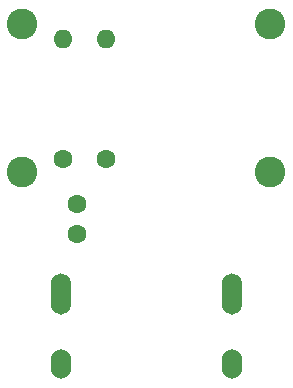
<source format=gbr>
%TF.GenerationSoftware,KiCad,Pcbnew,8.0.5*%
%TF.CreationDate,2024-12-17T10:43:13+01:00*%
%TF.ProjectId,ffc2hdmi,66666332-6864-46d6-992e-6b696361645f,rev?*%
%TF.SameCoordinates,Original*%
%TF.FileFunction,Soldermask,Bot*%
%TF.FilePolarity,Negative*%
%FSLAX46Y46*%
G04 Gerber Fmt 4.6, Leading zero omitted, Abs format (unit mm)*
G04 Created by KiCad (PCBNEW 8.0.5) date 2024-12-17 10:43:13*
%MOMM*%
%LPD*%
G01*
G04 APERTURE LIST*
%ADD10C,2.600000*%
%ADD11C,1.600000*%
%ADD12O,1.600000X1.600000*%
%ADD13O,1.703200X3.503200*%
%ADD14O,1.703200X2.503200*%
G04 APERTURE END LIST*
D10*
%TO.C,@HOLE1*%
X138101100Y-91753600D03*
%TD*%
D11*
%TO.C,R2*%
X141525000Y-103135000D03*
D12*
X141525000Y-92975000D03*
%TD*%
D11*
%TO.C,C2*%
X142725000Y-109475000D03*
X142725000Y-106975000D03*
%TD*%
D13*
%TO.C,HDMI*%
X141350000Y-114560000D03*
D14*
X141350000Y-120510000D03*
X155850000Y-120510000D03*
D13*
X155850000Y-114560000D03*
%TD*%
D10*
%TO.C,@HOLE0*%
X159101100Y-91753600D03*
%TD*%
%TO.C,@HOLE2*%
X138100000Y-104254000D03*
%TD*%
D11*
%TO.C,R1*%
X145200000Y-103135000D03*
D12*
X145200000Y-92975000D03*
%TD*%
D10*
%TO.C,@HOLE3*%
X159100000Y-104254000D03*
%TD*%
M02*

</source>
